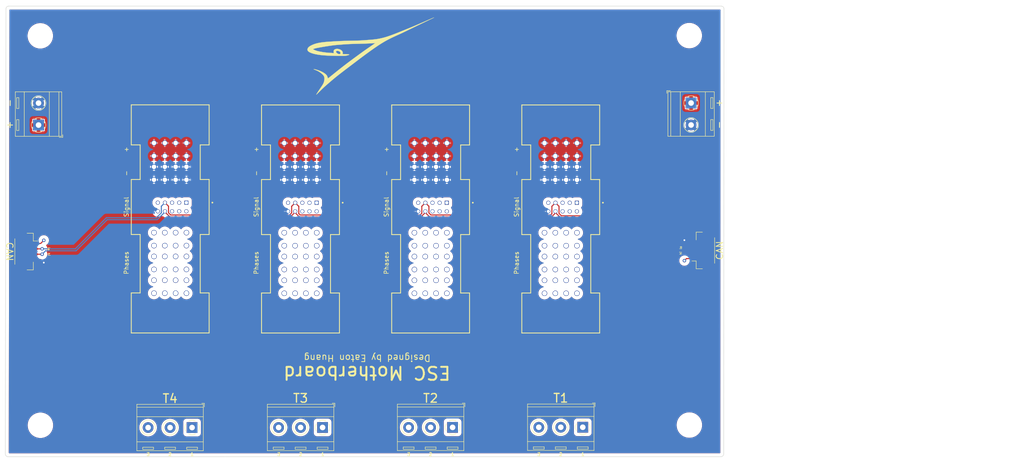
<source format=kicad_pcb>
(kicad_pcb (version 20211014) (generator pcbnew)
  (layers (0 "F.Cu" power) (1 "In1.Cu" signal "Phase_1") (2 "In2.Cu" signal "Phase_2") (3 "In3.Cu" signal "Phase_3") (4 "In4.Cu" power "5V") (31 "B.Cu" power) (34 "B.Paste" user) (35 "F.Paste" user) (36 "B.SilkS" user "B.Silkscreen") (37 "F.SilkS" user "F.Silkscreen") (38 "B.Mask" user) (39 "F.Mask" user) (44 "Edge.Cuts" user))
  (net 0 "")
  (net 1 "GND")
  (net 2 "/CAL")
  (net 3 "/CAH")
  (net 4 "+5V")
  (net 5 "/Phase_1_T1")
  (net 6 "/Phase_2_T1")
  (net 7 "/Phase_3_T1")
  (net 8 "/Phase_1_T2")
  (net 9 "/Phase_2_T2")
  (net 10 "/Phase_3_T2")
  (net 11 "/Phase_1_T3")
  (net 12 "/Phase_2_T3")
  (net 13 "/Phase_3_T3")
  (net 14 "/Phase_1_T4")
  (net 15 "/Phase_2_T4")
  (net 16 "/Phase_3_T4")
  (net 17 "/16V")
  (footprint "TerminalBlock_RND:TerminalBlock_RND_205-00287_1x02_P5.08mm_Horizontal" (layer "F.Cu") (at 184.85 48.6 -90)
    (fp_text reference "+")
    (fp_text value "Screw_Terminal_01x02")
  )
  (footprint "MountingHole:MountingHole_4.3mm_M4" (layer "F.Cu") (at 184.43 33.02)
    (fp_text reference "H4" hide)
    (fp_text value "MountingHole")
  )
  (footprint "MountingHole:MountingHole_4.3mm_M4" (layer "F.Cu") (at 34.43 33.07)
    (fp_text reference "H2" hide)
    (fp_text value "MountingHole")
  )
  (footprint "TerminalBlock_RND:TerminalBlock_RND_205-00288_1x03_P5.08mm_Horizontal" (layer "F.Cu") (at 99.675 123.59 180)
    (fp_text reference "T3")
    (fp_text value "T3")
  )
  (footprint "TerminalBlock_RND:TerminalBlock_RND_205-00288_1x03_P5.08mm_Horizontal" (layer "F.Cu") (at 69.51 123.61 180)
    (fp_text reference "T4")
    (fp_text value "T4")
  )
  (footprint "TerminalBlock_RND:TerminalBlock_RND_205-00288_1x03_P5.08mm_Horizontal" (layer "F.Cu") (at 159.81 123.54 180)
    (fp_text reference "T1")
    (fp_text value "T1")
  )
  (footprint "ET60S edited:SAMTEC_ET60S-D02-5-02-D03-S-VP-S" (layer "F.Cu") (at 64.46 75.38 90)
    (fp_text reference "J4")
    (fp_text value "PWR T4")
  )
  (footprint "MountingHole:MountingHole_4.3mm_M4" (layer "F.Cu") (at 34.46 123.08)
    (fp_text reference "H3" hide)
    (fp_text value "MountingHole")
  )
  (footprint "ET60S edited:SAMTEC_ET60S-D02-5-02-D03-S-VP-S" (layer "F.Cu") (at 124.65 75.4 90)
    (fp_text reference "J2")
    (fp_text value "PWR T2")
  )
  (footprint "ET60S edited:SAMTEC_ET60S-D02-5-02-D03-S-VP-S" (layer "F.Cu") (at 94.57 75.4 90)
    (fp_text reference "J3")
    (fp_text value "PWR T3")
  )
  (footprint "MountingHole:MountingHole_4.3mm_M4" (layer "F.Cu") (at 184.45 123.03)
    (fp_text reference "H1" hide)
    (fp_text value "MountingHole")
  )
  (footprint "TerminalBlock_RND:TerminalBlock_RND_205-00288_1x03_P5.08mm_Horizontal" (layer "F.Cu") (at 129.725 123.57 180)
    (fp_text reference "T2")
    (fp_text value "T2")
  )
  (footprint "Connector_JST:JST_GH_SM04B-GHS-TB_1x04-1MP_P1.25mm_Horizontal" (layer "F.Cu") (at 31.11 82.93 -90)
    (fp_text reference "CAN")
    (fp_text value "CAN")
  )
  (footprint "ET60S edited:SAMTEC_ET60S-D02-5-02-D03-S-VP-S" (layer "F.Cu") (at 154.72 75.4 90)
    (fp_text reference "J1")
    (fp_text value "PWR T1")
  )
  (footprint "TerminalBlock_RND:TerminalBlock_RND_205-00287_1x02_P5.08mm_Horizontal" (layer "F.Cu") (at 34.025 53.695 90)
    (fp_text reference "-")
    (fp_text value "Screw_Terminal_01x02")
  )
  (footprint "Connector_JST:JST_GH_SM04B-GHS-TB_1x04-1MP_P1.25mm_Horizontal" (layer "F.Cu") (at 187.73 82.68 90)
    (fp_text reference "CAN")
    (fp_text value "CAN")
  )
  (gr_poly (pts (xy 98.242259 46.652089) (xy 98.237146 46.641453) (xy 98.239328 46.62202) (xy 98.249676 46.592394) (xy 98.298357 46.496975) (xy 98.390158 46.344027) (xy 98.532052 46.122378) (xy 98.731008 45.820857) (xy 99.327993 44.933522) (xy 99.505345 44.668408) (xy 99.580451 44.553183) (xy 99.647372 44.447756) (xy 99.706756 44.350808) (xy 99.759247 44.261022) (xy 99.805493 44.177078) (xy 99.846139 44.097659) (xy 99.881832 44.021447) (xy 99.913219 43.947123) (xy 99.940945 43.873369) (xy 99.965657 43.798868) (xy 99.988001 43.722301) (xy 100.008624 43.642349) (xy 100.028171 43.557695) (xy 100.04729 43.467021) (xy 100.074653 43.316996) (xy 100.093659 43.175889) (xy 100.099916 43.108415) (xy 100.103948 43.042853) (xy 100.105711 42.979096) (xy 100.10516 42.917039) (xy 100.102249 42.856576) (xy 100.096933 42.797599) (xy 100.089168 42.740005) (xy 100.078908 42.683686) (xy 100.066109 42.628536) (xy 100.050724 42.57445) (xy 100.032709 42.521321) (xy 100.01202 42.469043) (xy 99.98861 42.417511) (xy 99.962436 42.366618) (xy 99.933451 42.316259) (xy 99.901611 42.266327) (xy 99.866871 42.216716) (xy 99.829185 42.16732) (xy 99.788509 42.118033) (xy 99.744797 42.06875) (xy 99.698005 42.019364) (xy 99.648087 41.969768) (xy 99.538695 41.869527) (xy 99.416259 41.767179) (xy 99.28042 41.661874) (xy 99.124878 41.547436) (xy 98.98258 41.448417) (xy 98.846579 41.360971) (xy 98.778768 41.320385) (xy 98.709926 41.28125) (xy 98.639185 41.243085) (xy 98.565676 41.205408) (xy 98.40688 41.129599) (xy 98.226592 41.049975) (xy 98.017865 40.962689) (xy 97.930516 40.926446) (xy 97.853955 40.893798) (xy 97.788173 40.864733) (xy 97.733162 40.839238) (xy 97.688913 40.817302) (xy 97.655418 40.798911) (xy 97.632668 40.784053) (xy 97.62532 40.777945) (xy 97.620654 40.772716) (xy 97.618671 40.768364) (xy 97.619369 40.764887) (xy 97.622746 40.762285) (xy 97.628802 40.760555) (xy 97.637536 40.759695) (xy 97.648946 40.759706) (xy 97.679793 40.762328) (xy 97.721332 40.768409) (xy 97.773557 40.777937) (xy 97.836459 40.790898) (xy 97.910028 40.807282) (xy 98.156682 40.868261) (xy 98.399318 40.936975) (xy 98.636785 41.012792) (xy 98.867931 41.095078) (xy 99.091605 41.183201) (xy 99.306656 41.276528) (xy 99.511931 41.374426) (xy 99.70628 41.476261) (xy 99.888551 41.581402) (xy 100.057593 41.689214) (xy 100.212254 41.799065) (xy 100.351384 41.910323) (xy 100.414764 41.966281) (xy 100.47383 42.022353) (xy 100.528437 42.078461) (xy 100.578441 42.134524) (xy 100.623699 42.190465) (xy 100.664067 42.246203) (xy 100.6994 42.301659) (xy 100.729554 42.356755) (xy 100.741497 42.382099) (xy 100.754305 42.412028) (xy 100.781514 42.482376) (xy 100.809167 42.561269) (xy 100.835248 42.642179) (xy 100.857742 42.718577) (xy 100.874634 42.783935) (xy 100.880349 42.810432) (xy 100.883909 42.831722) (xy 100.885061 42.846986) (xy 100.884655 42.852104) (xy 100.883552 42.85541) (xy 100.882983 42.856533) (xy 100.882527 42.857887) (xy 100.882182 42.859453) (xy 100.881946 42.861212) (xy 100.881818 42.863146) (xy 100.881795 42.865237) (xy 100.881876 42.867467) (xy 100.882059 42.869817) (xy 100.882342 42.872269) (xy 100.882723 42.874804) (xy 100.8832 42.877404) (xy 100.883772 42.880051) (xy 100.884436 42.882726) (xy 100.885191 42.885411) (xy 100.886035 42.888087) (xy 100.886966 42.890737) (xy 100.888687 42.893628) (xy 100.89137 42.895611) (xy 100.895006 42.896692) (xy 100.899589 42.896874) (xy 100.911564 42.894566) (xy 100.927236 42.888726) (xy 100.946547 42.879394) (xy 100.969438 42.86661) (xy 100.995849 42.850414) (xy 101.025722 42.830845) (xy 101.095619 42.781748) (xy 101.178659 42.71964) (xy 101.27437 42.644836) (xy 101.382283 42.557657) (xy 102.434372 41.70915) (xy 103.638362 40.745979) (xy 104.433231 40.121773) (xy 105.239295 39.503647) (xy 106.141417 38.827299) (xy 107.224461 38.028426) (xy 108.231606 37.29233) (xy 109.021787 36.722621) (xy 109.722257 36.228472) (xy 110.460263 35.719058) (xy 110.840558 35.457945) (xy 111.129047 35.258365) (xy 111.346609 35.105764) (xy 111.514125 34.985586) (xy 111.587983 34.932545) (xy 111.664095 34.879197) (xy 111.733501 34.83175) (xy 111.762888 34.812179) (xy 111.787239 34.79641) (xy 111.891139 34.730432) (xy 111.808018 34.737631) (xy 111.284839 34.780655) (xy 110.832593 34.811253) (xy 110.353004 34.835171) (xy 109.747792 34.858157) (xy 108.86279 34.885209) (xy 107.741002 34.911592) (xy 106.77141 34.935152) (xy 106.014051 34.961976) (xy 105.334966 34.997913) (xy 104.600198 35.048817) (xy 103.633878 35.121955) (xy 103.001341 35.172655) (xy 102.774855 35.192589) (xy 102.58935 35.210511) (xy 102.430673 35.227621) (xy 102.284669 35.245117) (xy 101.34877 35.37224) (xy 100.348838 35.525634) (xy 99.342631 35.695978) (xy 98.387902 35.873947) (xy 98.299512 35.891671) (xy 98.220902 35.908354) (xy 98.148713 35.924869) (xy 98.079583 35.942086) (xy 98.010151 35.96088) (xy 97.937054 35.982122) (xy 97.856931 36.006685) (xy 97.766421 36.03544) (xy 97.540881 36.107708) (xy 97.46969 36.130308) (xy 97.440466 36.139341) (xy 97.437806 36.140633) (xy 97.437027 36.142743) (xy 97.438057 36.145634) (xy 97.440825 36.149268) (xy 97.451283 36.158611) (xy 97.467826 36.170469) (xy 97.51686 36.200511) (xy 97.583313 36.236963) (xy 97.662576 36.277391) (xy 97.750037 36.319362) (xy 97.841084 36.360445) (xy 97.931106 36.398206) (xy 98.07426 36.453815) (xy 98.211357 36.503061) (xy 98.346525 36.54707) (xy 98.483892 36.586973) (xy 98.627588 36.623898) (xy 98.78174 36.658974) (xy 98.950477 36.69333) (xy 99.137927 36.728094) (xy 99.384879 36.772661) (xy 99.595095 36.811438) (xy 99.770675 36.841679) (xy 99.971895 36.871375) (xy 100.194567 36.900082) (xy 100.434503 36.927354) (xy 100.687516 36.952743) (xy 100.949419 36.975804) (xy 101.216023 36.99609) (xy 101.483142 37.013156) (xy 101.660809 37.023963) (xy 101.832939 37.03543) (xy 101.979881 37.046188) (xy 102.081988 37.054865) (xy 102.150021 37.061729) (xy 102.17694 37.064341) (xy 102.199542 37.06622) (xy 102.218139 37.067231) (xy 102.226033 37.067366) (xy 102.233043 37.067233) (xy 102.239207 37.066813) (xy 102.244565 37.066089) (xy 102.249155 37.065044) (xy 102.253017 37.06366) (xy 102.256188 37.061921) (xy 102.258709 37.059809) (xy 102.260619 37.057306) (xy 102.261955 37.054396) (xy 102.262758 37.051061) (xy 102.263065 37.047284) (xy 102.262917 37.043047) (xy 102.262351 37.038334) (xy 102.261408 37.033127) (xy 102.260125 37.027408) (xy 102.256698 37.014368) (xy 102.247487 36.981392) (xy 102.240964 36.953515) (xy 102.235443 36.922656) (xy 102.230915 36.889326) (xy 102.22737 36.854033) (xy 102.224796 36.817288) (xy 102.223186 36.779601) (xy 102.222527 36.74148) (xy 102.222811 36.703436) (xy 102.224027 36.665978) (xy 102.226165 36.629616) (xy 102.229216 36.594859) (xy 102.233168 36.562217) (xy 102.238014 36.532201) (xy 102.243741 36.505318) (xy 102.250341 36.48208) (xy 102.257803 36.462996) (xy 102.283364 36.415109) (xy 102.31349 36.370507) (xy 102.34794 36.329183) (xy 102.386472 36.291129) (xy 102.428844 36.256337) (xy 102.474813 36.224799) (xy 102.524138 36.196509) (xy 102.576577 36.171457) (xy 102.631888 36.149638) (xy 102.689828 36.131043) (xy 102.750155 36.115664) (xy 102.812629 36.103494) (xy 102.877006 36.094525) (xy 102.943044 36.08875) (xy 103.079139 36.086751) (xy 103.218975 36.097434) (xy 103.360618 36.12074) (xy 103.502131 36.156606) (xy 103.641578 36.204973) (xy 103.709922 36.233825) (xy 103.777023 36.265779) (xy 103.84264 36.300827) (xy 103.90653 36.338963) (xy 103.968452 36.380177) (xy 104.028163 36.424464) (xy 104.085421 36.471814) (xy 104.139985 36.522221) (xy 104.169748 36.554119) (xy 104.197488 36.589461) (xy 104.223106 36.627844) (xy 104.246499 36.668867) (xy 104.267567 36.71213) (xy 104.286207 36.75723) (xy 104.30232 36.803767) (xy 104.315802 36.851339) (xy 104.326554 36.899545) (xy 104.334474 36.947984) (xy 104.33946 36.996254) (xy 104.340809 37.029227) (xy 103.815381 37.029227) (xy 103.814586 36.999815) (xy 103.811219 36.971133) (xy 103.808534 36.957211) (xy 103.805161 36.943646) (xy 103.801085 36.930496) (xy 103.796292 36.917818) (xy 103.790767 36.905672) (xy 103.784494 36.894114) (xy 103.761467 36.858708) (xy 103.735466 36.825039) (xy 103.706732 36.793135) (xy 103.675509 36.763026) (xy 103.642039 36.734743) (xy 103.606567 36.708316) (xy 103.569335 36.683774) (xy 103.530586 36.661147) (xy 103.490562 36.640465) (xy 103.449508 36.621758) (xy 103.407666 36.605057) (xy 103.36528 36.590389) (xy 103.322592 36.577787) (xy 103.279845 36.567279) (xy 103.237282 36.558896) (xy 103.195147 36.552667) (xy 103.153683 36.548622) (xy 103.113132 36.546792) (xy 103.073738 36.547206) (xy 103.035744 36.549893) (xy 102.999392 36.554885) (xy 102.964926 36.56221) (xy 102.932589 36.571899) (xy 102.902625 36.583981) (xy 102.875275 36.598487) (xy 102.850783 36.615447) (xy 102.829392 36.634889) (xy 102.811346 36.656845) (xy 102.796886 36.681344) (xy 102.786257 36.708415) (xy 102.779702 36.73809) (xy 102.777462 36.770397) (xy 102.778415 36.783971) (xy 102.781222 36.798308) (xy 102.78581 36.813344) (xy 102.792103 36.829015) (xy 102.809511 36.86201) (xy 102.832848 36.896782) (xy 102.861519 36.932823) (xy 102.894928 36.969621) (xy 102.932479 37.006669) (xy 102.973577 37.043455) (xy 103.017624 37.079471) (xy 103.064025 37.114207) (xy 103.112184 37.147153) (xy 103.161506 37.177799) (xy 103.211394 37.205637) (xy 103.261252 37.230155) (xy 103.310484 37.250845) (xy 103.358494 37.267197) (xy 103.373631 37.271168) (xy 103.390389 37.27462) (xy 103.408576 37.277552) (xy 103.428003 37.279964) (xy 103.448479 37.281855) (xy 103.469815 37.283225) (xy 103.491819 37.284072) (xy 103.514301 37.284396) (xy 103.537071 37.284197) (xy 103.559939 37.283473) (xy 103.582713 37.282225) (xy 103.605205 37.280451) (xy 103.627223 37.27815) (xy 103.648577 37.275323) (xy 103.669077 37.271969) (xy 103.688533 37.268086) (xy 103.69849 37.265271) (xy 103.708148 37.261303) (xy 103.717491 37.256239) (xy 103.726505 37.250139) (xy 103.735174 37.24306) (xy 103.743484 37.23506) (xy 103.751419 37.226198) (xy 103.758965 37.216531) (xy 103.766107 37.206117) (xy 103.77283 37.195015) (xy 103.784959 37.170978) (xy 103.795232 37.144884) (xy 103.80353 37.117197) (xy 103.809734 37.088382) (xy 103.813724 37.058904) (xy 103.815381 37.029227) (xy 104.340809 37.029227) (xy 104.341411 37.043955) (xy 104.340226 37.090684) (xy 104.335804 37.136041) (xy 104.328042 37.179625) (xy 104.316841 37.221034) (xy 104.312989 37.233142) (xy 104.30939 37.24479) (xy 104.306124 37.255696) (xy 104.303269 37.265582) (xy 104.300905 37.274166) (xy 104.29911 37.28117) (xy 104.297964 37.286312) (xy 104.297659 37.288098) (xy 104.297546 37.289313) (xy 104.298995 37.29022) (xy 104.303274 37.291102) (xy 104.319744 37.292772) (xy 104.345801 37.294287) (xy 104.380287 37.295612) (xy 104.469927 37.297547) (xy 104.579417 37.298292) (xy 104.817443 37.300172) (xy 105.043458 37.305499) (xy 105.252008 37.313886) (xy 105.437637 37.324945) (xy 105.594889 37.33829) (xy 105.661168 37.345699) (xy 105.718307 37.353534) (xy 105.765625 37.361747) (xy 105.802438 37.370289) (xy 105.828065 37.379112) (xy 105.836471 37.383614) (xy 105.841824 37.388168) (xy 105.846271 37.396083) (xy 105.847013 37.404505) (xy 105.844185 37.413395) (xy 105.837923 37.422713) (xy 105.81564 37.442468) (xy 105.78125 37.463446) (xy 105.735842 37.485323) (xy 105.680501 37.507776) (xy 105.616315 37.530481) (xy 105.544369 37.553112) (xy 105.381546 37.596862) (xy 105.200727 37.636433) (xy 105.106286 37.653842) (xy 105.010606 37.669235) (xy 104.914774 37.682287) (xy 104.819876 37.692675) (xy 104.585511 37.703803) (xy 104.20701 37.708782) (xy 103.152685 37.702193) (xy 101.927076 37.676707) (xy 100.800357 37.636122) (xy 100.297085 37.607121) (xy 99.816394 37.569152) (xy 99.359571 37.522586) (xy 98.927903 37.467794) (xy 98.522677 37.405148) (xy 98.14518 37.335019) (xy 97.796699 37.257778) (xy 97.478521 37.173796) (xy 97.331197 37.129393) (xy 97.191932 37.083444) (xy 97.060886 37.035995) (xy 96.93822 36.987093) (xy 96.824095 36.936785) (xy 96.718672 36.885115) (xy 96.622111 36.832132) (xy 96.534574 36.777881) (xy 96.456221 36.722409) (xy 96.387214 36.665762) (xy 96.327713 36.607986) (xy 96.277879 36.549128) (xy 96.237872 36.489234) (xy 96.207855 36.428352) (xy 96.187987 36.366526) (xy 96.17843 36.303803) (xy 96.176916 36.268398) (xy 96.177276 36.233234) (xy 96.17951 36.198309) (xy 96.18362 36.16362) (xy 96.189609 36.129166) (xy 96.197478 36.094944) (xy 96.207229 36.060952) (xy 96.218864 36.027188) (xy 96.247794 35.960334) (xy 96.284283 35.894366) (xy 96.328347 35.829266) (xy 96.38 35.765017) (xy 96.439258 35.7016) (xy 96.506136 35.639) (xy 96.58065 35.577198) (xy 96.662813 35.516176) (xy 96.752642 35.455919) (xy 96.850153 35.396408) (xy 96.955359 35.337625) (xy 97.068277 35.279554) (xy 97.267299 35.184899) (xy 97.467625 35.09743) (xy 97.671321 35.016743) (xy 97.880452 34.942435) (xy 98.097086 34.874103) (xy 98.323289 34.811342) (xy 98.561128 34.75375) (xy 98.812669 34.700922) (xy 99.365123 34.607949) (xy 99.997186 34.529196) (xy 100.725388 34.461433) (xy 101.566262 34.401434) (xy 102.74904 34.331131) (xy 103.806154 34.278682) (xy 104.797184 34.241483) (xy 105.781709 34.216934) (xy 107.246868 34.18723) (xy 107.762003 34.173899) (xy 108.18816 34.159362) (xy 108.567328 34.141951) (xy 108.941496 34.12) (xy 109.842788 34.055813) (xy 110.461462 34.008272) (xy 110.984302 33.964454) (xy 111.429054 33.922196) (xy 111.813463 33.879336) (xy 112.155274 33.833711) (xy 112.47223 33.783156) (xy 112.782078 33.72551) (xy 113.102561 33.65861) (xy 113.573602 33.548852) (xy 114.050594 33.421617) (xy 114.554974 33.269452) (xy 115.108182 33.084905) (xy 115.731656 32.860526) (xy 116.446835 32.588862) (xy 117.275156 32.262462) (xy 118.238059 31.873873) (xy 119.372074 31.414181) (xy 120.139524 31.10051) (xy 120.979251 30.748439) (xy 123.237224 29.775723) (xy 124.026099 29.433459) (xy 124.513732 29.223336) (xy 124.979547 29.025724) (xy 125.14155 28.957416) (xy 125.26318 28.906575) (xy 125.349612 28.87105) (xy 125.406017 28.848694) (xy 125.424577 28.841783) (xy 125.43757 28.837358) (xy 125.445643 28.83515) (xy 125.448037 28.834794) (xy 125.449443 28.834892) (xy 125.299268 28.9156) (xy 124.809055 29.156496) (xy 122.720683 30.16157) (xy 120.785576 31.090871) (xy 119.53238 31.699392) (xy 118.629057 32.14101) (xy 118.042288 32.423533) (xy 117.528172 32.6625) (xy 116.842806 32.973452) (xy 116.355398 33.195547) (xy 115.924255 33.395783) (xy 115.53903 33.579344) (xy 115.189374 33.751417) (xy 114.864941 33.917186) (xy 114.555381 34.081836) (xy 114.250347 34.250553) (xy 113.939491 34.428523) (xy 113.258871 34.838322) (xy 112.513492 35.31711) (xy 111.672554 35.886993) (xy 110.705257 36.57008) (xy 109.580803 37.388476) (xy 108.268393 38.36429) (xy 104.956506 40.876599) (xy 103.643542 41.88794) (xy 103.121815 42.29807) (xy 102.65071 42.676383) (xy 102.200816 43.046785) (xy 101.742721 43.433183) (xy 100.684285 44.349593) (xy 100.231904 44.748527) (xy 100.046125 44.916395) (xy 99.869082 45.080264) (xy 99.68712 45.252935) (xy 99.486585 45.447207) (xy 98.975174 45.95176) (xy 98.698876 46.224941) (xy 98.470768 46.448652) (xy 98.314518 46.599808) (xy 98.270736 46.640964) (xy 98.258726 46.651674) (xy 98.253796 46.655324)) (layer "F.SilkS") (width 0.04) (fill solid))
  (gr_arc (start 26.5 26.847923) (mid 26.672897 26.399591) (end 27.11 26.2) (layer "Edge.Cuts") (width 0.1))
  (gr_line (start 27.11 26.2) (end 191.8 26.2) (layer "Edge.Cuts") (width 0.1))
  (gr_line (start 26.35 129.734017) (end 26.5 26.847923) (layer "Edge.Cuts") (width 0.1))
  (gr_line (start 192.45 26.81) (end 192.4 129.688928) (layer "Edge.Cuts") (width 0.1))
  (gr_arc (start 191.8 26.2) (mid 192.247923 26.374017) (end 192.45 26.81) (layer "Edge.Cuts") (width 0.1))
  (gr_arc (start 27.02 130.35) (mid 26.558482 130.179621) (end 26.35 129.734017) (layer "Edge.Cuts") (width 0.1))
  (gr_arc (start 192.4 129.688928) (mid 192.215534 130.134007) (end 191.78 130.34) (layer "Edge.Cuts") (width 0.1))
  (gr_line (start 191.78 130.34) (end 27.02 130.35) (layer "Edge.Cuts") (width 0.1))
  (gr_text "Signal" (at 144.51 72.62 90) (layer "F.SilkS") (effects (font (size 1 1))))
  (gr_text "+" (at 114.43 59.33 90) (layer "F.SilkS") (effects (font (size 1 1))))
  (gr_text "Designed by Eaton Huang" (at 109.98 107.55 180) (layer "F.SilkS") (effects (font (size 1.5 1.5) (thickness 0.2))))
  (gr_text "-" (at 191.3 53.67 90) (layer "F.SilkS") (effects (font (size 1.5 1.5) (thickness 0.2))))
  (gr_text "+" (at 54.33 59.33 90) (layer "F.SilkS") (effects (font (size 1 1))))
  (gr_text "1" (at 129.74 129.79) (layer "F.SilkS") (effects (font (size 0.75 0.75))))
  (gr_text "3" (at 89.56 129.79) (layer "F.SilkS") (effects (font (size 0.75 0.75))))
  (gr_text "Signal" (at 84.35 72.62 90) (layer "F.SilkS") (effects (font (size 1 1))))
  (gr_text "1" (at 159.83 129.79) (layer "F.SilkS") (effects (font (size 0.75 0.75))))
  (gr_text "lo" (at 182.46 82.05 90) (layer "F.SilkS") (effects (font (size 0.5 0.5) (thickness 0.1))))
  (gr_text "Phases" (at 54.33 85.55 90) (layer "F.SilkS") (effects (font (size 1 1))))
  (gr_text "hi" (at 36.42 83.55 270) (layer "F.SilkS") (effects (font (size 0.5 0.5) (thickness 0.1))))
  (gr_text "hi" (at 182.46 83.3 90) (layer "F.SilkS") (effects (font (size 0.5 0.5) (thickness 0.1))))
  (gr_text "2" (at 154.73 129.79) (layer "F.SilkS") (effects (font (size 0.75 0.75))))
  (gr_text "+" (at 144.51 59.33 90) (layer "F.SilkS") (effects (font (size 1 1))))
  (gr_text "-" (at 54.33 64.83 90) (layer "F.SilkS") (effects (font (size 1 1))))
  (gr_text "Signal" (at 54.33 72.62 90) (layer "F.SilkS") (effects (font (size 1 1))))
  (gr_text "-" (at 114.43 64.83 90) (layer "F.SilkS") (effects (font (size 1 1))))
  (gr_text "1" (at 69.52 129.79) (layer "F.SilkS") (effects (font (size 0.75 0.75))))
  (gr_text "-" (at 84.35 64.83 90) (layer "F.SilkS") (effects (font (size 1 1))))
  (gr_text "2" (at 64.42 129.79) (layer "F.SilkS") (effects (font (size 0.75 0.75))))
  (gr_text "3" (at 59.36 129.79) (layer "F.SilkS") (effects (font (size 0.75 0.75))))
  (gr_text "+" (at 27.57 53.69 270) (layer "F.SilkS") (effects (font (size 1.5 1.5) (thickness 0.2))))
  (gr_text "2" (at 124.64 129.79) (layer "F.SilkS") (effects (font (size 0.75 0.75))))
  (gr_text "+" (at 84.35 59.33 90) (layer "F.SilkS") (effects (font (size 1 1))))
  (gr_text "3" (at 149.67 129.79) (layer "F.SilkS") (effects (font (size 0.75 0.75))))
  (gr_text "1" (at 99.72 129.79) (layer "F.SilkS") (effects (font (size 0.75 0.75))))
  (gr_text "2" (at 94.62 129.79) (layer "F.SilkS") (effects (font (size 0.75 0.75))))
  (gr_text "3" (at 119.58 129.79) (layer "F.SilkS") (effects (font (size 0.75 0.75))))
  (gr_text "Phases" (at 84.35 85.55 90) (layer "F.SilkS") (effects (font (size 1 1))))
  (gr_text "ESC Motherboard" (at 109.94 110.94 180) (layer "F.SilkS") (effects (font (size 3 3) (thickness 0.45))))
  (gr_text "Phases" (at 144.51 85.55 90) (layer "F.SilkS") (effects (font (size 1 1))))
  (gr_text "-" (at 144.51 64.83 90) (layer "F.SilkS") (effects (font (size 1 1))))
  (gr_text "Phases" (at 114.43 85.55 90) (layer "F.SilkS") (effects (font (size 1 1))))
  (gr_text "Signal" (at 114.43 72.62 90) (layer "F.SilkS") (effects (font (size 1 1))))
  (gr_text "lo" (at 36.42 82.3 270) (layer "F.SilkS") (effects (font (size 0.5 0.5) (thickness 0.1))))
  (segment (start 34.555 84.805) (end 35.24 85.49) (width 0.25) (layer "F.Cu") (net 1))
  (segment (start 183.805 80.805) (end 185.88 80.805) (width 0.25) (layer "F.Cu") (net 1))
  (segment (start 32.96 84.805) (end 34.555 84.805) (width 0.25) (layer "F.Cu") (net 1))
  (segment (start 183.3 80.3) (end 183.805 80.805) (width 0.25) (layer "F.Cu") (net 1))
  (via (at 35.24 85.49) (size 0.8) (drill 0.4) (layers "F.Cu" "B.Cu") (net 1))
  (via (at 183.3 80.3) (size 0.8) (drill 0.4) (layers "F.Cu" "B.Cu") (net 1))
  (segment (start 172.375718 74.66) (end 154.87 74.66) (width 0.25) (layer "F.Cu") (net 2))
  (segment (start 154.324521 72.474521) (end 153.5 71.65) (width 0.25) (layer "F.Cu") (net 2))
  (segment (start 124.255479 72.475479) (end 124.255479 74.005479) (width 0.25) (layer "F.Cu") (net 2))
  (segment (start 122.604521 74.095479) (end 122.604521 72.475479) (width 0.25) (layer "F.Cu") (net 2))
  (segment (start 34.845 82.305) (end 34.85 82.3) (width 0.25) (layer "F.Cu") (net 2))
  (segment (start 93.35 71.66) (end 94.175479 72.485479) (width 0.25) (layer "F.Cu") (net 2))
  (segment (start 32.96 82.305) (end 34.845 82.305) (width 0.25) (layer "F.Cu") (net 2))
  (segment (start 152.405479 74.474521) (end 152.674521 74.205479) (width 0.25) (layer "F.Cu") (net 2))
  (segment (start 122.604521 72.475479) (end 123.43 71.65) (width 0.25) (layer "F.Cu") (net 2))
  (segment (start 63.24 71.63) (end 64.065479 72.455479) (width 0.25) (layer "F.Cu") (net 2))
  (segment (start 64.065479 73.971529) (end 64.571091 74.477141) (width 0.25) (layer "F.Cu") (net 2))
  (segment (start 64.065479 72.455479) (end 64.065479 73.971529) (width 0.25) (layer "F.Cu") (net 2))
  (segment (start 92.525479 72.474521) (end 93.35 71.65) (width 0.25) (layer "F.Cu") (net 2))
  (segment (start 179.770718 82.055) (end 172.375718 74.66) (width 0.25) (layer "F.Cu") (net 2))
  (segment (start 124.724521 74.474521) (end 152.405479 74.474521) (width 0.25) (layer "F.Cu") (net 2))
  (segment (start 123.43 71.65) (end 124.255479 72.475479) (width 0.25) (layer "F.Cu") (net 2))
  (segment (start 152.674521 74.205479) (end 152.674521 72.475479) (width 0.25) (layer "F.Cu") (net 2))
  (segment (start 185.88 82.055) (end 179.770718 82.055) (width 0.25) (layer "F.Cu") (net 2))
  (segment (start 64.571091 74.477141) (end 92.039867 74.477141) (width 0.25) (layer "F.Cu") (net 2))
  (segment (start 124.255479 74.005479) (end 124.724521 74.474521) (width 0.25) (layer "F.Cu") (net 2))
  (segment (start 154.87 74.66) (end 154.324521 74.114521) (width 0.25) (layer "F.Cu") (net 2))
  (segment (start 154.324521 74.114521) (end 154.324521 72.474521) (width 0.25) (layer "F.Cu") (net 2))
  (segment (start 94.490239 74.474521) (end 122.225479 74.474521) (width 0.25) (layer "F.Cu") (net 2))
  (segment (start 94.175479 74.159761) (end 94.490239 74.474521) (width 0.25) (layer "F.Cu") (net 2))
  (segment (start 92.039867 74.477141) (end 92.525479 73.991529) (width 0.25) (layer "F.Cu") (net 2))
  (segment (start 92.525479 73.991529) (end 92.525479 72.474521) (width 0.25) (layer "F.Cu") (net 2))
  (segment (start 122.225479 74.474521) (end 122.604521 74.095479) (width 0.25) (layer "F.Cu") (net 2))
  (segment (start 152.674521 72.475479) (end 153.5 71.65) (width 0.25) (layer "F.Cu") (net 2))
  (segment (start 93.35 71.65) (end 93.35 71.66) (width 0.25) (layer "F.Cu") (net 2))
  (segment (start 94.175479 72.485479) (end 94.175479 74.159761) (width 0.25) (layer "F.Cu") (net 2))
  (via (at 34.85 82.3) (size 0.8) (drill 0.4) (layers "F.Cu" "B.Cu") (net 2))
  (segment (start 34.85 82.3) (end 42.52 82.3) (width 0.25) (layer "B.Cu") (net 2))
  (segment (start 62.414521 72.455479) (end 63.24 71.63) (width 0.25) (layer "B.Cu") (net 2))
  (segment (start 61.27605 75.11) (end 62.414521 73.971529) (width 0.25) (layer "B.Cu") (net 2))
  (segment (start 42.52 82.3) (end 49.71 75.11) (width 0.25) (layer "B.Cu") (net 2))
  (segment (start 49.71 75.11) (end 61.27605 75.11) (width 0.25) (layer "B.Cu") (net 2))
  (segment (start 62.414521 73.971529) (end 62.414521 72.455479) (width 0.25) (layer "B.Cu") (net 2))
  (segment (start 94.304042 74.924041) (end 122.411677 74.924041) (width 0.25) (layer "F.Cu") (net 3))
  (segment (start 34.845 83.555) (end 34.85 83.56) (width 0.25) (layer "F.Cu") (net 3))
  (segment (start 183.92452 82.50452) (end 184.725 83.305) (width 0.25) (layer "F.Cu") (net 3))
  (segment (start 154.683802 75.10952) (end 172.18952 75.10952) (width 0.25) (layer "F.Cu") (net 3))
  (segment (start 64.384894 74.926661) (end 92.226065 74.926661) (width 0.25) (layer "F.Cu") (net 3))
  (segment (start 152.591677 74.924041) (end 153.5 74.015718) (width 0.25) (layer "F.Cu") (net 3))
  (segment (start 124.414041 74.924041) (end 152.591677 74.924041) (width 0.25) (layer "F.Cu") (net 3))
  (segment (start 123.43 73.905718) (end 123.43 73.65) (width 0.25) (layer "F.Cu") (net 3))
  (segment (start 123.43 73.94) (end 124.414041 74.924041) (width 0.25) (layer "F.Cu") (net 3))
  (segment (start 179.58452 82.50452) (end 183.92452 82.50452) (width 0.25) (layer "F.Cu") (net 3))
  (segment (start 153.5 73.65) (end 153.5 73.925718) (width 0.25) (layer "F.Cu") (net 3))
  (segment (start 122.411677 74.924041) (end 123.43 73.905718) (width 0.25) (layer "F.Cu") (net 3))
  (segment (start 153.5 74.015718) (end 153.5 73.65) (width 0.25) (layer "F.Cu") (net 3))
  (segment (start 92.226065 74.926661) (end 93.35 73.802726) (width 0.25) (layer "F.Cu") (net 3))
  (segment (start 153.5 73.925718) (end 154.683802 75.10952) (width 0.25) (layer "F.Cu") (net 3))
  (segment (start 184.725 83.305) (end 185.88 83.305) (width 0.25) (layer "F.Cu") (net 3))
  (segment (start 63.24 73.63) (end 63.24 73.781767) (width 0.25) (layer "F.Cu") (net 3))
  (segment (start 63.24 73.781767) (end 64.384894 74.926661) (width 0.25) (layer "F.Cu") (net 3))
  (segment (start 32.96 83.555) (end 34.845 83.555) (width 0.25) (layer "F.Cu") (net 3))
  (segment (start 93.35 73.65) (end 93.35 73.97) (width 0.25) (layer "F.Cu") (net 3))
  (segment (start 172.18952 75.10952) (end 179.58452 82.50452) (width 0.25) (layer "F.Cu") (net 3))
  (segment (start 93.35 73.802726) (end 93.35 73.65) (width 0.25) (layer "F.Cu") (net 3))
  (segment (start 93.35 73.97) (end 94.304042 74.924041) (width 0.25) (layer "F.Cu") (net 3))
  (segment (start 123.43 73.65) (end 123.43 73.94) (width 0.25) (layer "F.Cu") (net 3))
  (via (at 34.85 83.56) (size 0.8) (drill 0.4) (layers "F.Cu" "B.Cu") (net 3))
  (segment (start 49.896198 75.55952) (end 61.462248 75.55952) (width 0.25) (layer "B.Cu") (net 3))
  (segment (start 61.462248 75.55952) (end 63.24 73.781768) (width 0.25) (layer "B.Cu") (net 3))
  (segment (start 35.66048 82.74952) (end 42.706198 82.74952) (width 0.25) (layer "B.Cu") (net 3))
  (segment (start 34.85 83.56) (end 35.66048 82.74952) (width 0.25) (layer "B.Cu") (net 3))
  (segment (start 42.706198 82.74952) (end 49.896198 75.55952) (width 0.25) (layer "B.Cu") (net 3))
  (segment (start 63.24 73.781768) (end 63.24 73.63) (width 0.25) (layer "B.Cu") (net 3))
  (segment (start 183.785 84.555) (end 185.88 84.555) (width 0.25) (layer "F.Cu") (net 4))
  (segment (start 32.96 81.055) (end 34.525 81.055) (width 0.25) (layer "F.Cu") (net 4))
  (segment (start 34.525 81.055) (end 35.24 80.34) (width 0.25) (layer "F.Cu") (net 4))
  (segment (start 183.31 85.03) (end 183.785 84.555) (width 0.25) (layer "F.Cu") (net 4))
  (via (at 35.24 80.34) (size 0.8) (drill 0.4) (layers "F.Cu" "B.Cu") (net 4))
  (via (at 183.31 85.03) (size 0.8) (drill 0.4) (layers "F.Cu" "B.Cu") (net 4))
  (zone (net 17) (net_name "/16V") (layer "F.Cu") (connect_pads (clearance 0.8)) (min_thickness 0.3) (fill yes (thermal_gap 0.2) (thermal_bridge_width 0.8))
    (polygon (pts (xy 193.140004 131.110008) (xy 25.890911 131.110343) (xy 25.869756 25.341706) (xy 193.138849 25.241371)))
  )
  (zone (net 1) (net_name "GND") (layer "B.Cu") (connect_pads (clearance 0.8)) (min_thickness 0.2) (fill yes (thermal_gap 0.3) (thermal_bridge_width 0.8))
    (polygon (pts (xy 193.32 131.16) (xy 27.54 131.16) (xy 25.138937 129.320491) (xy 25.117657 25.126387) (xy 193.31872 25.025896)))
  )
)
</source>
